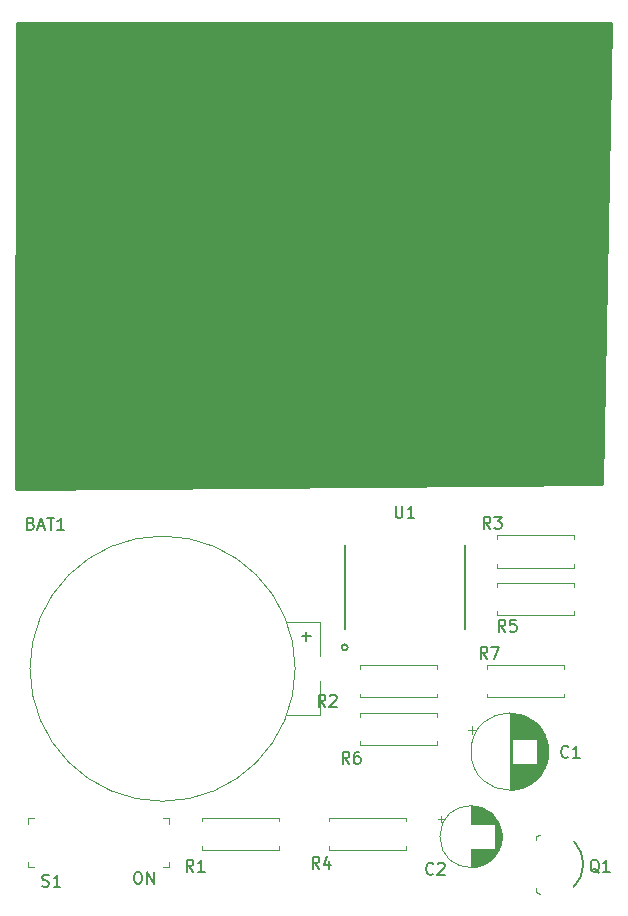
<source format=gto>
%TF.GenerationSoftware,KiCad,Pcbnew,5.1.10*%
%TF.CreationDate,2021-10-31T07:52:44-04:00*%
%TF.ProjectId,555_badge,3535355f-6261-4646-9765-2e6b69636164,v01*%
%TF.SameCoordinates,Original*%
%TF.FileFunction,Legend,Top*%
%TF.FilePolarity,Positive*%
%FSLAX46Y46*%
G04 Gerber Fmt 4.6, Leading zero omitted, Abs format (unit mm)*
G04 Created by KiCad (PCBNEW 5.1.10) date 2021-10-31 07:52:44*
%MOMM*%
%LPD*%
G01*
G04 APERTURE LIST*
%ADD10C,0.150000*%
%ADD11C,0.100000*%
%ADD12C,0.120000*%
%ADD13C,0.203200*%
%ADD14C,0.254000*%
G04 APERTURE END LIST*
D10*
X138826952Y-121372380D02*
X139017428Y-121372380D01*
X139112666Y-121420000D01*
X139207904Y-121515238D01*
X139255523Y-121705714D01*
X139255523Y-122039047D01*
X139207904Y-122229523D01*
X139112666Y-122324761D01*
X139017428Y-122372380D01*
X138826952Y-122372380D01*
X138731714Y-122324761D01*
X138636476Y-122229523D01*
X138588857Y-122039047D01*
X138588857Y-121705714D01*
X138636476Y-121515238D01*
X138731714Y-121420000D01*
X138826952Y-121372380D01*
X139684095Y-122372380D02*
X139684095Y-121372380D01*
X140255523Y-122372380D01*
X140255523Y-121372380D01*
X152781047Y-101417428D02*
X153542952Y-101417428D01*
X153162000Y-101798380D02*
X153162000Y-101036476D01*
D11*
%TO.C,Q1*%
X172644000Y-118360000D02*
X172944000Y-118210000D01*
X172644000Y-118660000D02*
X172644000Y-118360000D01*
X172644000Y-123060000D02*
X172644000Y-122760000D01*
X172644000Y-123060000D02*
X172944000Y-123210000D01*
D10*
X175794000Y-122660000D02*
G75*
G03*
X175844000Y-118810000I-1900000J1950000D01*
G01*
D11*
%TO.C,BAT1*%
X152221801Y-104165001D02*
G75*
G03*
X152221801Y-104165001I-11226800J0D01*
G01*
X151561401Y-100253401D02*
X154304601Y-100253401D01*
X151561401Y-108076601D02*
X154304601Y-108076601D01*
X154304601Y-100253401D02*
X154304601Y-103098201D01*
X154304601Y-108076601D02*
X154304601Y-105231801D01*
D12*
%TO.C,C1*%
X167205001Y-109031001D02*
X167205001Y-109661001D01*
X166890001Y-109346001D02*
X167520001Y-109346001D01*
X173631242Y-110783001D02*
X173631242Y-111587001D01*
X173591242Y-110552001D02*
X173591242Y-111818001D01*
X173551242Y-110383001D02*
X173551242Y-111987001D01*
X173511242Y-110245001D02*
X173511242Y-112125001D01*
X173471242Y-110126001D02*
X173471242Y-112244001D01*
X173431242Y-110020001D02*
X173431242Y-112350001D01*
X173391242Y-109923001D02*
X173391242Y-112447001D01*
X173351242Y-109835001D02*
X173351242Y-112535001D01*
X173311242Y-109753001D02*
X173311242Y-112617001D01*
X173271242Y-109676001D02*
X173271242Y-112694001D01*
X173231242Y-109604001D02*
X173231242Y-112766001D01*
X173191242Y-109535001D02*
X173191242Y-112835001D01*
X173151242Y-109471001D02*
X173151242Y-112899001D01*
X173111242Y-109409001D02*
X173111242Y-112961001D01*
X173071242Y-109351001D02*
X173071242Y-113019001D01*
X173031242Y-109295001D02*
X173031242Y-113075001D01*
X172991242Y-109241001D02*
X172991242Y-113129001D01*
X172951242Y-109190001D02*
X172951242Y-113180001D01*
X172911242Y-109141001D02*
X172911242Y-113229001D01*
X172871242Y-109093001D02*
X172871242Y-113277001D01*
X172831242Y-109048001D02*
X172831242Y-113322001D01*
X172791242Y-109003001D02*
X172791242Y-113367001D01*
X172751242Y-108961001D02*
X172751242Y-113409001D01*
X172711242Y-108920001D02*
X172711242Y-113450001D01*
X172671242Y-112225001D02*
X172671242Y-113490001D01*
X172671242Y-108880001D02*
X172671242Y-110145001D01*
X172631242Y-112225001D02*
X172631242Y-113528001D01*
X172631242Y-108842001D02*
X172631242Y-110145001D01*
X172591242Y-112225001D02*
X172591242Y-113565001D01*
X172591242Y-108805001D02*
X172591242Y-110145001D01*
X172551242Y-112225001D02*
X172551242Y-113601001D01*
X172551242Y-108769001D02*
X172551242Y-110145001D01*
X172511242Y-112225001D02*
X172511242Y-113635001D01*
X172511242Y-108735001D02*
X172511242Y-110145001D01*
X172471242Y-112225001D02*
X172471242Y-113669001D01*
X172471242Y-108701001D02*
X172471242Y-110145001D01*
X172431242Y-112225001D02*
X172431242Y-113701001D01*
X172431242Y-108669001D02*
X172431242Y-110145001D01*
X172391242Y-112225001D02*
X172391242Y-113733001D01*
X172391242Y-108637001D02*
X172391242Y-110145001D01*
X172351242Y-112225001D02*
X172351242Y-113763001D01*
X172351242Y-108607001D02*
X172351242Y-110145001D01*
X172311242Y-112225001D02*
X172311242Y-113792001D01*
X172311242Y-108578001D02*
X172311242Y-110145001D01*
X172271242Y-112225001D02*
X172271242Y-113821001D01*
X172271242Y-108549001D02*
X172271242Y-110145001D01*
X172231242Y-112225001D02*
X172231242Y-113849001D01*
X172231242Y-108521001D02*
X172231242Y-110145001D01*
X172191242Y-112225001D02*
X172191242Y-113875001D01*
X172191242Y-108495001D02*
X172191242Y-110145001D01*
X172151242Y-112225001D02*
X172151242Y-113901001D01*
X172151242Y-108469001D02*
X172151242Y-110145001D01*
X172111242Y-112225001D02*
X172111242Y-113927001D01*
X172111242Y-108443001D02*
X172111242Y-110145001D01*
X172071242Y-112225001D02*
X172071242Y-113951001D01*
X172071242Y-108419001D02*
X172071242Y-110145001D01*
X172031242Y-112225001D02*
X172031242Y-113975001D01*
X172031242Y-108395001D02*
X172031242Y-110145001D01*
X171991242Y-112225001D02*
X171991242Y-113997001D01*
X171991242Y-108373001D02*
X171991242Y-110145001D01*
X171951242Y-112225001D02*
X171951242Y-114019001D01*
X171951242Y-108351001D02*
X171951242Y-110145001D01*
X171911242Y-112225001D02*
X171911242Y-114041001D01*
X171911242Y-108329001D02*
X171911242Y-110145001D01*
X171871242Y-112225001D02*
X171871242Y-114061001D01*
X171871242Y-108309001D02*
X171871242Y-110145001D01*
X171831242Y-112225001D02*
X171831242Y-114081001D01*
X171831242Y-108289001D02*
X171831242Y-110145001D01*
X171791242Y-112225001D02*
X171791242Y-114101001D01*
X171791242Y-108269001D02*
X171791242Y-110145001D01*
X171751242Y-112225001D02*
X171751242Y-114119001D01*
X171751242Y-108251001D02*
X171751242Y-110145001D01*
X171711242Y-112225001D02*
X171711242Y-114137001D01*
X171711242Y-108233001D02*
X171711242Y-110145001D01*
X171671242Y-112225001D02*
X171671242Y-114155001D01*
X171671242Y-108215001D02*
X171671242Y-110145001D01*
X171631242Y-112225001D02*
X171631242Y-114171001D01*
X171631242Y-108199001D02*
X171631242Y-110145001D01*
X171591242Y-112225001D02*
X171591242Y-114187001D01*
X171591242Y-108183001D02*
X171591242Y-110145001D01*
X171551242Y-112225001D02*
X171551242Y-114203001D01*
X171551242Y-108167001D02*
X171551242Y-110145001D01*
X171511242Y-112225001D02*
X171511242Y-114218001D01*
X171511242Y-108152001D02*
X171511242Y-110145001D01*
X171471242Y-112225001D02*
X171471242Y-114232001D01*
X171471242Y-108138001D02*
X171471242Y-110145001D01*
X171431242Y-112225001D02*
X171431242Y-114246001D01*
X171431242Y-108124001D02*
X171431242Y-110145001D01*
X171391242Y-112225001D02*
X171391242Y-114259001D01*
X171391242Y-108111001D02*
X171391242Y-110145001D01*
X171351242Y-112225001D02*
X171351242Y-114271001D01*
X171351242Y-108099001D02*
X171351242Y-110145001D01*
X171311242Y-112225001D02*
X171311242Y-114283001D01*
X171311242Y-108087001D02*
X171311242Y-110145001D01*
X171271242Y-112225001D02*
X171271242Y-114295001D01*
X171271242Y-108075001D02*
X171271242Y-110145001D01*
X171231242Y-112225001D02*
X171231242Y-114306001D01*
X171231242Y-108064001D02*
X171231242Y-110145001D01*
X171191242Y-112225001D02*
X171191242Y-114316001D01*
X171191242Y-108054001D02*
X171191242Y-110145001D01*
X171151242Y-112225001D02*
X171151242Y-114326001D01*
X171151242Y-108044001D02*
X171151242Y-110145001D01*
X171111242Y-112225001D02*
X171111242Y-114335001D01*
X171111242Y-108035001D02*
X171111242Y-110145001D01*
X171070242Y-112225001D02*
X171070242Y-114344001D01*
X171070242Y-108026001D02*
X171070242Y-110145001D01*
X171030242Y-112225001D02*
X171030242Y-114352001D01*
X171030242Y-108018001D02*
X171030242Y-110145001D01*
X170990242Y-112225001D02*
X170990242Y-114360001D01*
X170990242Y-108010001D02*
X170990242Y-110145001D01*
X170950242Y-112225001D02*
X170950242Y-114367001D01*
X170950242Y-108003001D02*
X170950242Y-110145001D01*
X170910242Y-112225001D02*
X170910242Y-114374001D01*
X170910242Y-107996001D02*
X170910242Y-110145001D01*
X170870242Y-112225001D02*
X170870242Y-114380001D01*
X170870242Y-107990001D02*
X170870242Y-110145001D01*
X170830242Y-112225001D02*
X170830242Y-114386001D01*
X170830242Y-107984001D02*
X170830242Y-110145001D01*
X170790242Y-112225001D02*
X170790242Y-114391001D01*
X170790242Y-107979001D02*
X170790242Y-110145001D01*
X170750242Y-112225001D02*
X170750242Y-114396001D01*
X170750242Y-107974001D02*
X170750242Y-110145001D01*
X170710242Y-112225001D02*
X170710242Y-114400001D01*
X170710242Y-107970001D02*
X170710242Y-110145001D01*
X170670242Y-112225001D02*
X170670242Y-114403001D01*
X170670242Y-107967001D02*
X170670242Y-110145001D01*
X170630242Y-112225001D02*
X170630242Y-114407001D01*
X170630242Y-107963001D02*
X170630242Y-110145001D01*
X170590242Y-107961001D02*
X170590242Y-114409001D01*
X170550242Y-107958001D02*
X170550242Y-114412001D01*
X170510242Y-107957001D02*
X170510242Y-114413001D01*
X170470242Y-107955001D02*
X170470242Y-114415001D01*
X170430242Y-107955001D02*
X170430242Y-114415001D01*
X170390242Y-107955001D02*
X170390242Y-114415001D01*
X173660242Y-111185001D02*
G75*
G03*
X173660242Y-111185001I-3270000J0D01*
G01*
%TO.C,C2*%
X164540001Y-116660001D02*
X164540001Y-117160001D01*
X164290001Y-116910001D02*
X164790001Y-116910001D01*
X169695776Y-118101001D02*
X169695776Y-118669001D01*
X169655776Y-117867001D02*
X169655776Y-118903001D01*
X169615776Y-117708001D02*
X169615776Y-119062001D01*
X169575776Y-117580001D02*
X169575776Y-119190001D01*
X169535776Y-117470001D02*
X169535776Y-119300001D01*
X169495776Y-117374001D02*
X169495776Y-119396001D01*
X169455776Y-117287001D02*
X169455776Y-119483001D01*
X169415776Y-117207001D02*
X169415776Y-119563001D01*
X169375776Y-117134001D02*
X169375776Y-119636001D01*
X169335776Y-117066001D02*
X169335776Y-119704001D01*
X169295776Y-117002001D02*
X169295776Y-119768001D01*
X169255776Y-116942001D02*
X169255776Y-119828001D01*
X169215776Y-116885001D02*
X169215776Y-119885001D01*
X169175776Y-116831001D02*
X169175776Y-119939001D01*
X169135776Y-116780001D02*
X169135776Y-119990001D01*
X169095776Y-119425001D02*
X169095776Y-120038001D01*
X169095776Y-116732001D02*
X169095776Y-117345001D01*
X169055776Y-119425001D02*
X169055776Y-120084001D01*
X169055776Y-116686001D02*
X169055776Y-117345001D01*
X169015776Y-119425001D02*
X169015776Y-120128001D01*
X169015776Y-116642001D02*
X169015776Y-117345001D01*
X168975776Y-119425001D02*
X168975776Y-120170001D01*
X168975776Y-116600001D02*
X168975776Y-117345001D01*
X168935776Y-119425001D02*
X168935776Y-120211001D01*
X168935776Y-116559001D02*
X168935776Y-117345001D01*
X168895776Y-119425001D02*
X168895776Y-120249001D01*
X168895776Y-116521001D02*
X168895776Y-117345001D01*
X168855776Y-119425001D02*
X168855776Y-120286001D01*
X168855776Y-116484001D02*
X168855776Y-117345001D01*
X168815776Y-119425001D02*
X168815776Y-120322001D01*
X168815776Y-116448001D02*
X168815776Y-117345001D01*
X168775776Y-119425001D02*
X168775776Y-120356001D01*
X168775776Y-116414001D02*
X168775776Y-117345001D01*
X168735776Y-119425001D02*
X168735776Y-120389001D01*
X168735776Y-116381001D02*
X168735776Y-117345001D01*
X168695776Y-119425001D02*
X168695776Y-120420001D01*
X168695776Y-116350001D02*
X168695776Y-117345001D01*
X168655776Y-119425001D02*
X168655776Y-120450001D01*
X168655776Y-116320001D02*
X168655776Y-117345001D01*
X168615776Y-119425001D02*
X168615776Y-120480001D01*
X168615776Y-116290001D02*
X168615776Y-117345001D01*
X168575776Y-119425001D02*
X168575776Y-120507001D01*
X168575776Y-116263001D02*
X168575776Y-117345001D01*
X168535776Y-119425001D02*
X168535776Y-120534001D01*
X168535776Y-116236001D02*
X168535776Y-117345001D01*
X168495776Y-119425001D02*
X168495776Y-120560001D01*
X168495776Y-116210001D02*
X168495776Y-117345001D01*
X168455776Y-119425001D02*
X168455776Y-120585001D01*
X168455776Y-116185001D02*
X168455776Y-117345001D01*
X168415776Y-119425001D02*
X168415776Y-120609001D01*
X168415776Y-116161001D02*
X168415776Y-117345001D01*
X168375776Y-119425001D02*
X168375776Y-120632001D01*
X168375776Y-116138001D02*
X168375776Y-117345001D01*
X168335776Y-119425001D02*
X168335776Y-120653001D01*
X168335776Y-116117001D02*
X168335776Y-117345001D01*
X168295776Y-119425001D02*
X168295776Y-120675001D01*
X168295776Y-116095001D02*
X168295776Y-117345001D01*
X168255776Y-119425001D02*
X168255776Y-120695001D01*
X168255776Y-116075001D02*
X168255776Y-117345001D01*
X168215776Y-119425001D02*
X168215776Y-120714001D01*
X168215776Y-116056001D02*
X168215776Y-117345001D01*
X168175776Y-119425001D02*
X168175776Y-120733001D01*
X168175776Y-116037001D02*
X168175776Y-117345001D01*
X168135776Y-119425001D02*
X168135776Y-120750001D01*
X168135776Y-116020001D02*
X168135776Y-117345001D01*
X168095776Y-119425001D02*
X168095776Y-120767001D01*
X168095776Y-116003001D02*
X168095776Y-117345001D01*
X168055776Y-119425001D02*
X168055776Y-120783001D01*
X168055776Y-115987001D02*
X168055776Y-117345001D01*
X168015776Y-119425001D02*
X168015776Y-120799001D01*
X168015776Y-115971001D02*
X168015776Y-117345001D01*
X167975776Y-119425001D02*
X167975776Y-120813001D01*
X167975776Y-115957001D02*
X167975776Y-117345001D01*
X167935776Y-119425001D02*
X167935776Y-120827001D01*
X167935776Y-115943001D02*
X167935776Y-117345001D01*
X167895776Y-119425001D02*
X167895776Y-120840001D01*
X167895776Y-115930001D02*
X167895776Y-117345001D01*
X167855776Y-119425001D02*
X167855776Y-120853001D01*
X167855776Y-115917001D02*
X167855776Y-117345001D01*
X167815776Y-119425001D02*
X167815776Y-120865001D01*
X167815776Y-115905001D02*
X167815776Y-117345001D01*
X167774776Y-119425001D02*
X167774776Y-120876001D01*
X167774776Y-115894001D02*
X167774776Y-117345001D01*
X167734776Y-119425001D02*
X167734776Y-120886001D01*
X167734776Y-115884001D02*
X167734776Y-117345001D01*
X167694776Y-119425001D02*
X167694776Y-120896001D01*
X167694776Y-115874001D02*
X167694776Y-117345001D01*
X167654776Y-119425001D02*
X167654776Y-120905001D01*
X167654776Y-115865001D02*
X167654776Y-117345001D01*
X167614776Y-119425001D02*
X167614776Y-120913001D01*
X167614776Y-115857001D02*
X167614776Y-117345001D01*
X167574776Y-119425001D02*
X167574776Y-120921001D01*
X167574776Y-115849001D02*
X167574776Y-117345001D01*
X167534776Y-119425001D02*
X167534776Y-120928001D01*
X167534776Y-115842001D02*
X167534776Y-117345001D01*
X167494776Y-119425001D02*
X167494776Y-120935001D01*
X167494776Y-115835001D02*
X167494776Y-117345001D01*
X167454776Y-119425001D02*
X167454776Y-120941001D01*
X167454776Y-115829001D02*
X167454776Y-117345001D01*
X167414776Y-119425001D02*
X167414776Y-120946001D01*
X167414776Y-115824001D02*
X167414776Y-117345001D01*
X167374776Y-119425001D02*
X167374776Y-120950001D01*
X167374776Y-115820001D02*
X167374776Y-117345001D01*
X167334776Y-119425001D02*
X167334776Y-120954001D01*
X167334776Y-115816001D02*
X167334776Y-117345001D01*
X167294776Y-119425001D02*
X167294776Y-120958001D01*
X167294776Y-115812001D02*
X167294776Y-117345001D01*
X167254776Y-119425001D02*
X167254776Y-120961001D01*
X167254776Y-115809001D02*
X167254776Y-117345001D01*
X167214776Y-119425001D02*
X167214776Y-120963001D01*
X167214776Y-115807001D02*
X167214776Y-117345001D01*
X167174776Y-119425001D02*
X167174776Y-120964001D01*
X167174776Y-115806001D02*
X167174776Y-117345001D01*
X167134776Y-115805001D02*
X167134776Y-117345001D01*
X167134776Y-119425001D02*
X167134776Y-120965001D01*
X167094776Y-115805001D02*
X167094776Y-117345001D01*
X167094776Y-119425001D02*
X167094776Y-120965001D01*
X169714776Y-118385001D02*
G75*
G03*
X169714776Y-118385001I-2620000J0D01*
G01*
%TO.C,D1*%
X147864000Y-73850000D02*
X147864000Y-73694000D01*
X147864000Y-76166000D02*
X147864000Y-76010000D01*
X144631665Y-76008608D02*
G75*
G03*
X147864000Y-76165516I1672335J1078608D01*
G01*
X144631665Y-73851392D02*
G75*
G02*
X147864000Y-73694484I1672335J-1078608D01*
G01*
X145262870Y-76009837D02*
G75*
G03*
X147344961Y-76010000I1041130J1079837D01*
G01*
X145262870Y-73850163D02*
G75*
G02*
X147344961Y-73850000I1041130J-1079837D01*
G01*
%TO.C,D2*%
X160564000Y-76166000D02*
X160564000Y-76010000D01*
X160564000Y-73850000D02*
X160564000Y-73694000D01*
X157962870Y-73850163D02*
G75*
G02*
X160044961Y-73850000I1041130J-1079837D01*
G01*
X157962870Y-76009837D02*
G75*
G03*
X160044961Y-76010000I1041130J1079837D01*
G01*
X157331665Y-73851392D02*
G75*
G02*
X160564000Y-73694484I1672335J-1078608D01*
G01*
X157331665Y-76008608D02*
G75*
G03*
X160564000Y-76165516I1672335J1078608D01*
G01*
%TO.C,R1*%
X144305001Y-117105001D02*
X144305001Y-116775001D01*
X144305001Y-116775001D02*
X150845001Y-116775001D01*
X150845001Y-116775001D02*
X150845001Y-117105001D01*
X144305001Y-119185001D02*
X144305001Y-119515001D01*
X144305001Y-119515001D02*
X150845001Y-119515001D01*
X150845001Y-119515001D02*
X150845001Y-119185001D01*
%TO.C,R2*%
X164215001Y-106605001D02*
X164215001Y-106275001D01*
X157675001Y-106605001D02*
X164215001Y-106605001D01*
X157675001Y-106275001D02*
X157675001Y-106605001D01*
X164215001Y-103865001D02*
X164215001Y-104195001D01*
X157675001Y-103865001D02*
X164215001Y-103865001D01*
X157675001Y-104195001D02*
X157675001Y-103865001D01*
%TO.C,R3*%
X175825001Y-95605001D02*
X175825001Y-95275001D01*
X169285001Y-95605001D02*
X175825001Y-95605001D01*
X169285001Y-95275001D02*
X169285001Y-95605001D01*
X175825001Y-92865001D02*
X175825001Y-93195001D01*
X169285001Y-92865001D02*
X175825001Y-92865001D01*
X169285001Y-93195001D02*
X169285001Y-92865001D01*
%TO.C,R4*%
X155075001Y-117105001D02*
X155075001Y-116775001D01*
X155075001Y-116775001D02*
X161615001Y-116775001D01*
X161615001Y-116775001D02*
X161615001Y-117105001D01*
X155075001Y-119185001D02*
X155075001Y-119515001D01*
X155075001Y-119515001D02*
X161615001Y-119515001D01*
X161615001Y-119515001D02*
X161615001Y-119185001D01*
%TO.C,R5*%
X175825001Y-99655001D02*
X175825001Y-99325001D01*
X169285001Y-99655001D02*
X175825001Y-99655001D01*
X169285001Y-99325001D02*
X169285001Y-99655001D01*
X175825001Y-96915001D02*
X175825001Y-97245001D01*
X169285001Y-96915001D02*
X175825001Y-96915001D01*
X169285001Y-97245001D02*
X169285001Y-96915001D01*
%TO.C,R6*%
X157675001Y-108245001D02*
X157675001Y-107915001D01*
X157675001Y-107915001D02*
X164215001Y-107915001D01*
X164215001Y-107915001D02*
X164215001Y-108245001D01*
X157675001Y-110325001D02*
X157675001Y-110655001D01*
X157675001Y-110655001D02*
X164215001Y-110655001D01*
X164215001Y-110655001D02*
X164215001Y-110325001D01*
%TO.C,R7*%
X174985001Y-106605001D02*
X174985001Y-106275001D01*
X168445001Y-106605001D02*
X174985001Y-106605001D01*
X168445001Y-106275001D02*
X168445001Y-106605001D01*
X174985001Y-103865001D02*
X174985001Y-104195001D01*
X168445001Y-103865001D02*
X174985001Y-103865001D01*
X168445001Y-104195001D02*
X168445001Y-103865001D01*
D11*
%TO.C,S1*%
X141535001Y-116795001D02*
X141035001Y-116795001D01*
X141535001Y-116795001D02*
X141535001Y-117295001D01*
X129635001Y-116795001D02*
X129635001Y-117295001D01*
X129635001Y-116795001D02*
X130135001Y-116795001D01*
X129635001Y-120995001D02*
X129635001Y-120495001D01*
X129635001Y-120995001D02*
X130135001Y-120995001D01*
X141535001Y-120995001D02*
X141535001Y-120495001D01*
X141535001Y-120995001D02*
X141035001Y-120995001D01*
D13*
%TO.C,U1*%
X156669601Y-102362000D02*
G75*
G03*
X156669601Y-102362000I-254000J0D01*
G01*
X166575601Y-93726000D02*
X166575601Y-100838000D01*
X156415601Y-93726000D02*
X156415601Y-100838000D01*
%TO.C,Q1*%
D10*
X177958761Y-121451619D02*
X177863523Y-121404000D01*
X177768285Y-121308761D01*
X177625428Y-121165904D01*
X177530190Y-121118285D01*
X177434952Y-121118285D01*
X177482571Y-121356380D02*
X177387333Y-121308761D01*
X177292095Y-121213523D01*
X177244476Y-121023047D01*
X177244476Y-120689714D01*
X177292095Y-120499238D01*
X177387333Y-120404000D01*
X177482571Y-120356380D01*
X177673047Y-120356380D01*
X177768285Y-120404000D01*
X177863523Y-120499238D01*
X177911142Y-120689714D01*
X177911142Y-121023047D01*
X177863523Y-121213523D01*
X177768285Y-121308761D01*
X177673047Y-121356380D01*
X177482571Y-121356380D01*
X178863523Y-121356380D02*
X178292095Y-121356380D01*
X178577809Y-121356380D02*
X178577809Y-120356380D01*
X178482571Y-120499238D01*
X178387333Y-120594476D01*
X178292095Y-120642095D01*
%TO.C,BAT1*%
X129849714Y-91876571D02*
X129992571Y-91924190D01*
X130040190Y-91971809D01*
X130087809Y-92067047D01*
X130087809Y-92209904D01*
X130040190Y-92305142D01*
X129992571Y-92352761D01*
X129897333Y-92400380D01*
X129516380Y-92400380D01*
X129516380Y-91400380D01*
X129849714Y-91400380D01*
X129944952Y-91448000D01*
X129992571Y-91495619D01*
X130040190Y-91590857D01*
X130040190Y-91686095D01*
X129992571Y-91781333D01*
X129944952Y-91828952D01*
X129849714Y-91876571D01*
X129516380Y-91876571D01*
X130468761Y-92114666D02*
X130944952Y-92114666D01*
X130373523Y-92400380D02*
X130706857Y-91400380D01*
X131040190Y-92400380D01*
X131230666Y-91400380D02*
X131802095Y-91400380D01*
X131516380Y-92400380D02*
X131516380Y-91400380D01*
X132659238Y-92400380D02*
X132087809Y-92400380D01*
X132373523Y-92400380D02*
X132373523Y-91400380D01*
X132278285Y-91543238D01*
X132183047Y-91638476D01*
X132087809Y-91686095D01*
%TO.C,C1*%
X175347333Y-111609142D02*
X175299714Y-111656761D01*
X175156857Y-111704380D01*
X175061619Y-111704380D01*
X174918761Y-111656761D01*
X174823523Y-111561523D01*
X174775904Y-111466285D01*
X174728285Y-111275809D01*
X174728285Y-111132952D01*
X174775904Y-110942476D01*
X174823523Y-110847238D01*
X174918761Y-110752000D01*
X175061619Y-110704380D01*
X175156857Y-110704380D01*
X175299714Y-110752000D01*
X175347333Y-110799619D01*
X176299714Y-111704380D02*
X175728285Y-111704380D01*
X176014000Y-111704380D02*
X176014000Y-110704380D01*
X175918761Y-110847238D01*
X175823523Y-110942476D01*
X175728285Y-110990095D01*
%TO.C,C2*%
X163917333Y-121515142D02*
X163869714Y-121562761D01*
X163726857Y-121610380D01*
X163631619Y-121610380D01*
X163488761Y-121562761D01*
X163393523Y-121467523D01*
X163345904Y-121372285D01*
X163298285Y-121181809D01*
X163298285Y-121038952D01*
X163345904Y-120848476D01*
X163393523Y-120753238D01*
X163488761Y-120658000D01*
X163631619Y-120610380D01*
X163726857Y-120610380D01*
X163869714Y-120658000D01*
X163917333Y-120705619D01*
X164298285Y-120705619D02*
X164345904Y-120658000D01*
X164441142Y-120610380D01*
X164679238Y-120610380D01*
X164774476Y-120658000D01*
X164822095Y-120705619D01*
X164869714Y-120800857D01*
X164869714Y-120896095D01*
X164822095Y-121038952D01*
X164250666Y-121610380D01*
X164869714Y-121610380D01*
%TO.C,D1*%
X145565904Y-78342380D02*
X145565904Y-77342380D01*
X145804000Y-77342380D01*
X145946857Y-77390000D01*
X146042095Y-77485238D01*
X146089714Y-77580476D01*
X146137333Y-77770952D01*
X146137333Y-77913809D01*
X146089714Y-78104285D01*
X146042095Y-78199523D01*
X145946857Y-78294761D01*
X145804000Y-78342380D01*
X145565904Y-78342380D01*
X147089714Y-78342380D02*
X146518285Y-78342380D01*
X146804000Y-78342380D02*
X146804000Y-77342380D01*
X146708761Y-77485238D01*
X146613523Y-77580476D01*
X146518285Y-77628095D01*
%TO.C,D2*%
X158265904Y-78342380D02*
X158265904Y-77342380D01*
X158504000Y-77342380D01*
X158646857Y-77390000D01*
X158742095Y-77485238D01*
X158789714Y-77580476D01*
X158837333Y-77770952D01*
X158837333Y-77913809D01*
X158789714Y-78104285D01*
X158742095Y-78199523D01*
X158646857Y-78294761D01*
X158504000Y-78342380D01*
X158265904Y-78342380D01*
X159218285Y-77437619D02*
X159265904Y-77390000D01*
X159361142Y-77342380D01*
X159599238Y-77342380D01*
X159694476Y-77390000D01*
X159742095Y-77437619D01*
X159789714Y-77532857D01*
X159789714Y-77628095D01*
X159742095Y-77770952D01*
X159170666Y-78342380D01*
X159789714Y-78342380D01*
%TO.C,R1*%
X143597333Y-121356380D02*
X143264000Y-120880190D01*
X143025904Y-121356380D02*
X143025904Y-120356380D01*
X143406857Y-120356380D01*
X143502095Y-120404000D01*
X143549714Y-120451619D01*
X143597333Y-120546857D01*
X143597333Y-120689714D01*
X143549714Y-120784952D01*
X143502095Y-120832571D01*
X143406857Y-120880190D01*
X143025904Y-120880190D01*
X144549714Y-121356380D02*
X143978285Y-121356380D01*
X144264000Y-121356380D02*
X144264000Y-120356380D01*
X144168761Y-120499238D01*
X144073523Y-120594476D01*
X143978285Y-120642095D01*
%TO.C,R2*%
X154773333Y-107386380D02*
X154440000Y-106910190D01*
X154201904Y-107386380D02*
X154201904Y-106386380D01*
X154582857Y-106386380D01*
X154678095Y-106434000D01*
X154725714Y-106481619D01*
X154773333Y-106576857D01*
X154773333Y-106719714D01*
X154725714Y-106814952D01*
X154678095Y-106862571D01*
X154582857Y-106910190D01*
X154201904Y-106910190D01*
X155154285Y-106481619D02*
X155201904Y-106434000D01*
X155297142Y-106386380D01*
X155535238Y-106386380D01*
X155630476Y-106434000D01*
X155678095Y-106481619D01*
X155725714Y-106576857D01*
X155725714Y-106672095D01*
X155678095Y-106814952D01*
X155106666Y-107386380D01*
X155725714Y-107386380D01*
%TO.C,R3*%
X168743333Y-92317381D02*
X168410000Y-91841191D01*
X168171904Y-92317381D02*
X168171904Y-91317381D01*
X168552857Y-91317381D01*
X168648095Y-91365001D01*
X168695714Y-91412620D01*
X168743333Y-91507858D01*
X168743333Y-91650715D01*
X168695714Y-91745953D01*
X168648095Y-91793572D01*
X168552857Y-91841191D01*
X168171904Y-91841191D01*
X169076666Y-91317381D02*
X169695714Y-91317381D01*
X169362380Y-91698334D01*
X169505238Y-91698334D01*
X169600476Y-91745953D01*
X169648095Y-91793572D01*
X169695714Y-91888810D01*
X169695714Y-92126905D01*
X169648095Y-92222143D01*
X169600476Y-92269762D01*
X169505238Y-92317381D01*
X169219523Y-92317381D01*
X169124285Y-92269762D01*
X169076666Y-92222143D01*
%TO.C,R4*%
X154265333Y-121102380D02*
X153932000Y-120626190D01*
X153693904Y-121102380D02*
X153693904Y-120102380D01*
X154074857Y-120102380D01*
X154170095Y-120150000D01*
X154217714Y-120197619D01*
X154265333Y-120292857D01*
X154265333Y-120435714D01*
X154217714Y-120530952D01*
X154170095Y-120578571D01*
X154074857Y-120626190D01*
X153693904Y-120626190D01*
X155122476Y-120435714D02*
X155122476Y-121102380D01*
X154884380Y-120054761D02*
X154646285Y-120769047D01*
X155265333Y-120769047D01*
%TO.C,R5*%
X170013333Y-101036380D02*
X169680000Y-100560190D01*
X169441904Y-101036380D02*
X169441904Y-100036380D01*
X169822857Y-100036380D01*
X169918095Y-100084000D01*
X169965714Y-100131619D01*
X170013333Y-100226857D01*
X170013333Y-100369714D01*
X169965714Y-100464952D01*
X169918095Y-100512571D01*
X169822857Y-100560190D01*
X169441904Y-100560190D01*
X170918095Y-100036380D02*
X170441904Y-100036380D01*
X170394285Y-100512571D01*
X170441904Y-100464952D01*
X170537142Y-100417333D01*
X170775238Y-100417333D01*
X170870476Y-100464952D01*
X170918095Y-100512571D01*
X170965714Y-100607809D01*
X170965714Y-100845904D01*
X170918095Y-100941142D01*
X170870476Y-100988761D01*
X170775238Y-101036380D01*
X170537142Y-101036380D01*
X170441904Y-100988761D01*
X170394285Y-100941142D01*
%TO.C,R6*%
X156805333Y-112212380D02*
X156472000Y-111736190D01*
X156233904Y-112212380D02*
X156233904Y-111212380D01*
X156614857Y-111212380D01*
X156710095Y-111260000D01*
X156757714Y-111307619D01*
X156805333Y-111402857D01*
X156805333Y-111545714D01*
X156757714Y-111640952D01*
X156710095Y-111688571D01*
X156614857Y-111736190D01*
X156233904Y-111736190D01*
X157662476Y-111212380D02*
X157472000Y-111212380D01*
X157376761Y-111260000D01*
X157329142Y-111307619D01*
X157233904Y-111450476D01*
X157186285Y-111640952D01*
X157186285Y-112021904D01*
X157233904Y-112117142D01*
X157281523Y-112164761D01*
X157376761Y-112212380D01*
X157567238Y-112212380D01*
X157662476Y-112164761D01*
X157710095Y-112117142D01*
X157757714Y-112021904D01*
X157757714Y-111783809D01*
X157710095Y-111688571D01*
X157662476Y-111640952D01*
X157567238Y-111593333D01*
X157376761Y-111593333D01*
X157281523Y-111640952D01*
X157233904Y-111688571D01*
X157186285Y-111783809D01*
%TO.C,R7*%
X168489333Y-103317381D02*
X168156000Y-102841191D01*
X167917904Y-103317381D02*
X167917904Y-102317381D01*
X168298857Y-102317381D01*
X168394095Y-102365001D01*
X168441714Y-102412620D01*
X168489333Y-102507858D01*
X168489333Y-102650715D01*
X168441714Y-102745953D01*
X168394095Y-102793572D01*
X168298857Y-102841191D01*
X167917904Y-102841191D01*
X168822666Y-102317381D02*
X169489333Y-102317381D01*
X169060761Y-103317381D01*
%TO.C,S1*%
X130810095Y-122578761D02*
X130952952Y-122626380D01*
X131191047Y-122626380D01*
X131286285Y-122578761D01*
X131333904Y-122531142D01*
X131381523Y-122435904D01*
X131381523Y-122340666D01*
X131333904Y-122245428D01*
X131286285Y-122197809D01*
X131191047Y-122150190D01*
X131000571Y-122102571D01*
X130905333Y-122054952D01*
X130857714Y-122007333D01*
X130810095Y-121912095D01*
X130810095Y-121816857D01*
X130857714Y-121721619D01*
X130905333Y-121674000D01*
X131000571Y-121626380D01*
X131238666Y-121626380D01*
X131381523Y-121674000D01*
X132333904Y-122626380D02*
X131762476Y-122626380D01*
X132048190Y-122626380D02*
X132048190Y-121626380D01*
X131952952Y-121769238D01*
X131857714Y-121864476D01*
X131762476Y-121912095D01*
%TO.C,U1*%
X160733696Y-90384380D02*
X160733696Y-91193904D01*
X160781315Y-91289142D01*
X160828934Y-91336761D01*
X160924172Y-91384380D01*
X161114648Y-91384380D01*
X161209886Y-91336761D01*
X161257505Y-91289142D01*
X161305124Y-91193904D01*
X161305124Y-90384380D01*
X162305124Y-91384380D02*
X161733696Y-91384380D01*
X162019410Y-91384380D02*
X162019410Y-90384380D01*
X161924172Y-90527238D01*
X161828934Y-90622476D01*
X161733696Y-90670095D01*
%TD*%
D14*
X178210871Y-88554056D02*
X128623895Y-88991910D01*
X128705478Y-49470923D01*
X178995166Y-49470923D01*
X178210871Y-88554056D01*
D11*
G36*
X178210871Y-88554056D02*
G01*
X128623895Y-88991910D01*
X128705478Y-49470923D01*
X178995166Y-49470923D01*
X178210871Y-88554056D01*
G37*
M02*

</source>
